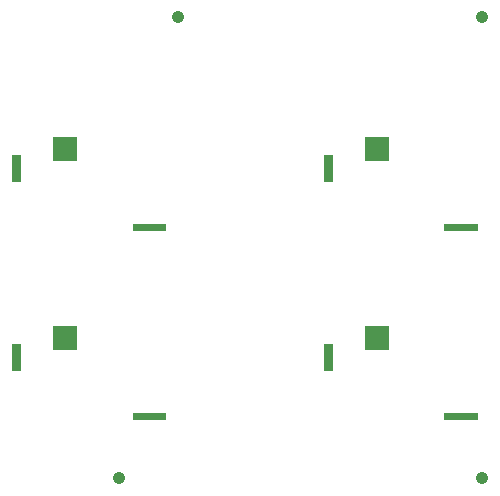
<source format=gbr>
*
%FSLAX26Y26*%
%MOIN*%
%ADD10R,0.031496X0.031496*%
%ADD11R,0.080000X0.080000*%
%ADD12R,0.025197X0.025197*%
%ADD13C,0.041339*%
%IPPOS*%
%LNgbp.gbr*%
%LPD*%
G75*
G54D10*
X57874Y194095D02*
Y253150D01*
G54D11*
X220079Y288977D03*
G54D12*
X456693Y27166D02*
X543307D01*
G54D10*
X57874Y824016D02*
Y883071D01*
G54D11*
X220079Y918898D03*
G54D12*
X456693Y657087D02*
X543307D01*
G54D10*
X1097244Y194095D02*
Y253150D01*
G54D11*
X1259449Y288977D03*
G54D12*
X1496063Y27166D02*
X1582677D01*
G54D10*
X1097244Y824016D02*
Y883071D01*
G54D11*
X1259449Y918898D03*
G54D12*
X1496063Y657087D02*
X1582677D01*
G54D13*
X397638Y-177165D03*
X1610236D03*
Y1358268D03*
X594488D03*
M02*

</source>
